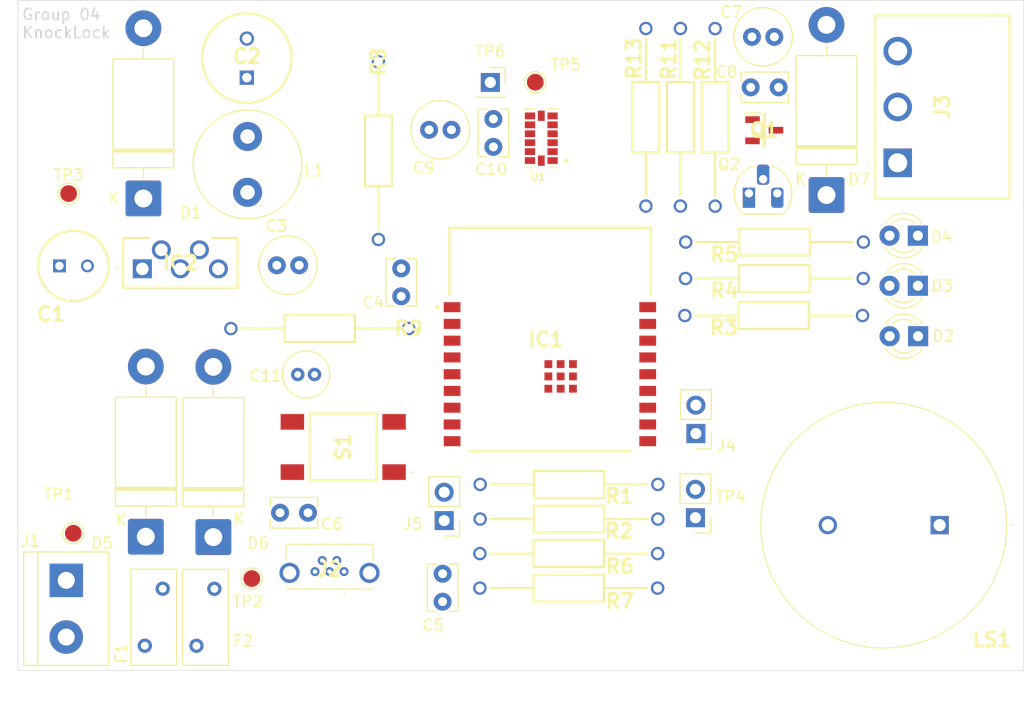
<source format=kicad_pcb>
(kicad_pcb (version 20241229) (generator "pcbnew") (generator_version "9.0")
  (layers (0 "F.Cu" signal) (2 "B.Cu" signal) (13 "F.Paste" user) (15 "B.Paste" user) (5 "F.SilkS" user "F.Silkscreen") (7 "B.SilkS" user "B.Silkscreen") (1 "F.Mask" user) (3 "B.Mask" user) (25 "Edge.Cuts" user))
  (net 0 "")
  (net 1 "+5V")
  (net 2 "Net-(C1--)")
  (net 3 "+3V3")
  (net 4 "GND")
  (net 5 "+3.3V")
  (net 6 "BAT_V")
  (net 7 "MRESET")
  (net 8 "Net-(D1-K)")
  (net 9 "Net-(D2-A)")
  (net 10 "Net-(D3-A)")
  (net 11 "Net-(D4-A)")
  (net 12 "Net-(D7-K)")
  (net 16 "SDA")
  (net 17 "YLED")
  (net 19 "SERVO")
  (net 21 "RX")
  (net 22 "SCL")
  (net 23 "WAKE_INT")
  (net 26 "Net-(IC1-IO8)")
  (net 27 "GLED")
  (net 28 "RLED")
  (net 29 "CONTROL")
  (net 30 "BUZZ")
  (net 33 "TX")
  (net 34 "BOOT")
  (net 36 "Net-(Q1-G)")
  (net 37 "Net-(Q2-B)")
  (net 38 "Net-(Q2-C)")
  (net 45 "Net-(F2-Pad1)")
  (net 49 "Net-(J1-Pin_1)")
  (footprint "SamacSys_Parts:CAPPRD350W65D800H1300" (layer "F.Cu") (at 40.490309 56.925603 90)
    (property "Reference" "C2" (at 1.91 0.02 180) (layer "F.SilkS") (effects (font (size 1.27 1.27) (thickness 0.254))))
    (property "Value" "330uF" (hide yes))
    (pad "1" thru_hole rect (at 0 0 90) (size 1.275 1.275) (drill 0.85) (layers "*.Cu" "*.Mask") (net 3 "+3V3"))
    (pad "2" thru_hole circle (at 3.5 0 90) (size 1.275 1.275) (drill 0.85) (layers "*.Cu" "*.Mask") (net 4 "GND"))
  )
  (footprint "Connector_PinHeader_2.54mm:PinHeader_1x02_P2.54mm_Vertical" (layer "F.Cu") (at 80.663715 88.791809 180)
    (property "Reference" "J4" (at -2.76 -1.095 0) (layer "F.SilkS"))
    (property "Value" "UART")
    (pad "1" thru_hole rect (at 0 0 180) (size 1.7 1.7) (drill 1) (layers "*.Cu" "*.Mask") (net 21 "RX"))
    (pad "2" thru_hole circle (at 0 2.54 180) (size 1.7 1.7) (drill 1) (layers "*.Cu" "*.Mask") (net 33 "TX"))
  )
  (footprint "SamacSys_Parts:ESP32C3WROOM02N4" (layer "F.Cu") (at 68.563715 83.676809)
    (property "Reference" "IC1" (at -1.31 -3.3 0) (layer "F.SilkS") (effects (font (size 1.27 1.27) (thickness 0.254))))
    (property "Value" "ESP32-C3-WROOM-02-N4" (hide yes))
    (pad "1" smd rect (at -9.71 -6.2 90) (size 0.9 1.5) (layers "F.Cu" "F.Mask" "F.Paste") (net 5 "+3.3V"))
    (pad "2" smd rect (at -9.71 -4.7 90) (size 0.9 1.5) (layers "F.Cu" "F.Mask" "F.Paste") (net 7 "MRESET"))
    (pad "3" smd rect (at -9.71 -3.2 90) (size 0.9 1.5) (layers "F.Cu" "F.Mask" "F.Paste") (net 6 "BAT_V"))
    (pad "4" smd rect (at -9.71 -1.7 90) (size 0.9 1.5) (layers "F.Cu" "F.Mask" "F.Paste") (net 29 "CONTROL"))
    (pad "5" smd rect (at -9.71 -0.2 90) (size 0.9 1.5) (layers "F.Cu" "F.Mask" "F.Paste") (net 19 "SERVO"))
    (pad "6" smd rect (at -9.71 1.3 90) (size 0.9 1.5) (layers "F.Cu" "F.Mask" "F.Paste") (net 30 "BUZZ"))
    (pad "7" smd rect (at -9.71 2.8 90) (size 0.9 1.5) (layers "F.Cu" "F.Mask" "F.Paste") (net 26 "Net-(IC1-IO8)"))
    (pad "8" smd rect (at -9.71 4.3 90) (size 0.9 1.5) (layers "F.Cu" "F.Mask" "F.Paste") (net 34 "BOOT"))
    (pad "9" smd rect (at -9.71 5.8 90) (size 0.9 1.5) (layers "F.Cu" "F.Mask" "F.Paste"))
    (pad "10" smd rect (at 7.79 5.8 90) (size 0.9 1.5) (layers "F.Cu" "F.Mask" "F.Paste"))
    (pad "11" smd rect (at 7.79 4.3 90) (size 0.9 1.5) (layers "F.Cu" "F.Mask" "F.Paste") (net 21 "RX"))
    (pad "12" smd rect (at 7.79 2.8 90) (size 0.9 1.5) (layers "F.Cu" "F.Mask" "F.Paste") (net 33 "TX"))
    (pad "13" smd rect (at 7.79 1.3 90) (size 0.9 1.5) (layers "F.Cu" "F.Mask" "F.Paste") (net 22 "SCL"))
    (pad "14" smd rect (at 7.79 -0.2 90) (size 0.9 1.5) (layers "F.Cu" "F.Mask" "F.Paste") (net 16 "SDA"))
    (pad "15" smd rect (at 7.79 -1.7 90) (size 0.9 1.5) (layers "F.Cu" "F.Mask" "F.Paste") (net 23 "WAKE_INT"))
    (pad "16" smd rect (at 7.79 -3.2 90) (size 0.9 1.5) (layers "F.Cu" "F.Mask" "F.Paste") (net 28 "RLED"))
    (pad "17" smd rect (at 7.79 -4.7 90) (size 0.9 1.5) (layers "F.Cu" "F.Mask" "F.Paste") (net 17 "YLED"))
    (pad "18" smd rect (at 7.79 -6.2 90) (size 0.9 1.5) (layers "F.Cu" "F.Mask" "F.Paste") (net 27 "GLED"))
    (pad "19" smd rect (at 0 0 90) (size 0.7 0.7) (layers "F.Cu" "F.Mask" "F.Paste"))
    (pad "20" smd rect (at 1.1 0 90) (size 0.7 0.7) (layers "F.Cu" "F.Mask" "F.Paste"))
    (pad "21" smd rect (at 1.1 -1.1 90) (size 0.7 0.7) (layers "F.Cu" "F.Mask" "F.Paste"))
    (pad "22" smd rect (at 0 -1.1 90) (size 0.7 0.7) (layers "F.Cu" "F.Mask" "F.Paste"))
    (pad "23" smd rect (at -1.1 -1.1 90) (size 0.7 0.7) (layers "F.Cu" "F.Mask" "F.Paste"))
    (pad "24" smd rect (at -1.1 0 90) (size 0.7 0.7) (layers "F.Cu" "F.Mask" "F.Paste"))
    (pad "25" smd rect (at -1.1 1.1 90) (size 0.7 0.7) (layers "F.Cu" "F.Mask" "F.Paste"))
    (pad "26" smd rect (at 0 1.1 90) (size 0.7 0.7) (layers "F.Cu" "F.Mask" "F.Paste"))
    (pad "27" smd rect (at 1.1 1.1 90) (size 0.7 0.7) (layers "F.Cu" "F.Mask" "F.Paste") (net 4 "GND"))
  )
  (footprint "SamacSys_Parts:RESAD1590W60L630D240" (layer "F.Cu") (at 61.338869 102.630813)
    (property "Reference" "R7" (at 12.52 1.18 0) (layer "F.SilkS") (effects (font (size 1.27 1.27) (thickness 0.254))))
    (property "Value" "6.8kOhms" (hide yes))
    (pad "1" thru_hole circle (at 0 0) (size 1.2 1.2) (drill 0.8) (layers "*.Cu" "*.Mask") (net 6 "BAT_V"))
    (pad "2" thru_hole circle (at 15.9 0) (size 1.2 1.2) (drill 0.8) (layers "*.Cu" "*.Mask") (net 4 "GND"))
  )
  (footprint "Fuse:Fuse_BelFuse_0ZRE0012FF_L8.3mm_W3.8mm" (layer "F.Cu") (at 31.360309 107.785603 90)
    (property "Reference" "F1" (at -0.69 -2.11 270) (layer "F.SilkS"))
    (property "Value" "Polyfuse")
    (pad "1" thru_hole circle (at 0 0 90) (size 1.27 1.27) (drill 0.71) (layers "*.Cu" "*.Mask") (net 49 "Net-(J1-Pin_1)"))
    (pad "2" thru_hole circle (at 5.1 1.6 90) (size 1.27 1.27) (drill 0.71) (layers "*.Cu" "*.Mask") (net 1 "+5V"))
  )
  (footprint "LED_THT:LED_D3.0mm" (layer "F.Cu") (at 100.541834 80.080345 180)
    (property "Reference" "D2" (at -2.26 0.02 0) (layer "F.SilkS"))
    (property "Value" "R-LED")
    (pad "1" thru_hole rect (at 0 0 180) (size 1.8 1.8) (drill 0.9) (layers "*.Cu" "*.Mask") (net 4 "GND"))
    (pad "2" thru_hole circle (at 2.54 0 180) (size 1.8 1.8) (drill 0.9) (layers "*.Cu" "*.Mask") (net 9 "Net-(D2-A)"))
  )
  (footprint "Capacitor_THT:C_Rect_L4.0mm_W2.5mm_P2.50mm" (layer "F.Cu") (at 54.300309 74.005603 -90)
    (property "Reference" "C4" (at 3.05 2.5 0) (layer "F.SilkS"))
    (property "Value" "0.1uF")
    (pad "1" thru_hole circle (at 0 0 270) (size 1.6 1.6) (drill 0.8) (layers "*.Cu" "*.Mask") (net 4 "GND"))
    (pad "2" thru_hole circle (at 2.5 0 270) (size 1.6 1.6) (drill 0.8) (layers "*.Cu" "*.Mask") (net 5 "+3.3V"))
  )
  (footprint "Fuse:Fuse_BelFuse_0ZRE0012FF_L8.3mm_W3.8mm" (layer "F.Cu") (at 37.580309 102.695603 -90)
    (property "Reference" "F2" (at 4.67 -2.55 180) (layer "F.SilkS"))
    (property "Value" "Polyfuse")
    (pad "1" thru_hole circle (at 0 0 270) (size 1.27 1.27) (drill 0.71) (layers "*.Cu" "*.Mask") (net 45 "Net-(F2-Pad1)"))
    (pad "2" thru_hole circle (at 5.1 1.6 270) (size 1.27 1.27) (drill 0.71) (layers "*.Cu" "*.Mask") (net 1 "+5V"))
  )
  (footprint "Diode_THT:D_DO-201AD_P15.24mm_Horizontal" (layer "F.Cu") (at 31.4491 98.032127 90)
    (property "Reference" "D5" (at -0.58 -3.92 180) (layer "F.SilkS"))
    (property "Value" "1N5822")
    (fp_text user "K" (at 1.53 -2.19 180) (layer "F.SilkS"))
    (pad "1" thru_hole roundrect (at 0 0 90) (size 3.2 3.2) (drill 1.6) (layers "*.Cu" "*.Mask") (roundrect_rratio 0.078125) (net 1 "+5V"))
    (pad "2" thru_hole circle (at 15.24 0 90) (size 3.2 3.2) (drill 1.6) (layers "*.Cu" "*.Mask") (net 4 "GND"))
  )
  (footprint "SamacSys_Parts:SOT95P237X112-3N" (layer "F.Cu") (at 86.778128 61.634962)
    (property "Reference" "Q1" (at 0 0 0) (layer "F.SilkS") (effects (font (size 1.27 1.27) (thickness 0.254))))
    (property "Value" "IRLML6402TRPBF" (hide yes))
    (pad "1" smd rect (at -1.05 -0.95 90) (size 0.6 1.3) (layers "F.Cu" "F.Mask" "F.Paste") (net 36 "Net-(Q1-G)"))
    (pad "2" smd rect (at -1.05 0.95 90) (size 0.6 1.3) (layers "F.Cu" "F.Mask" "F.Paste") (net 1 "+5V"))
    (pad "3" smd rect (at 1.05 0 90) (size 0.6 1.3) (layers "F.Cu" "F.Mask" "F.Paste") (net 12 "Net-(D7-K)"))
  )
  (footprint "SamacSys_Parts:RESAD1590W60L630D240" (layer "F.Cu") (at 79.280948 68.425531 90)
    (property "Reference" "R11" (at 13.148722 -1.037233 270) (layer "F.SilkS") (effects (font (size 1.27 1.27) (thickness 0.254))))
    (property "Value" "100 Ohms" (hide yes))
    (pad "1" thru_hole circle (at 0 0 90) (size 1.2 1.2) (drill 0.8) (layers "*.Cu" "*.Mask") (net 38 "Net-(Q2-C)"))
    (pad "2" thru_hole circle (at 15.9 0 90) (size 1.2 1.2) (drill 0.8) (layers "*.Cu" "*.Mask") (net 36 "Net-(Q1-G)"))
  )
  (footprint "TestPoint:TestPoint_Pad_D1.5mm" (layer "F.Cu") (at 40.930309 101.775603)
    (property "Reference" "TP2" (at -0.36 2.052 0) (layer "F.SilkS"))
    (property "Value" "TP_Ext")
    (pad "1" smd circle (at 0 0) (size 1.5 1.5) (layers "F.Cu" "F.Mask") (net 1 "+5V"))
  )
  (footprint "SamacSys_Parts:PKM22EPPH4001B0" (layer "F.Cu") (at 102.470713 96.99325 180)
    (property "Reference" "LS1" (at -4.67 -10.25 0) (layer "F.SilkS") (effects (font (size 1.27 1.27) (thickness 0.254))))
    (property "Value" "PKM22EPPH4001-B0" (hide yes))
    (pad "" np_thru_hole circle (at 5 -5 180) (size 1.4 1.4) (drill 1.4) (layers "*.Cu" "*.Mask"))
    (pad "" np_thru_hole circle (at 5 5 180) (size 1.4 1.4) (drill 1.4) (layers "*.Cu" "*.Mask"))
    (pad "1" thru_hole rect (at 0 0 180) (size 1.635 1.635) (drill 1.09) (layers "*.Cu" "*.Mask") (net 4 "GND"))
    (pad "2" thru_hole circle (at 10 0 180) (size 1.635 1.635) (drill 1.09) (layers "*.Cu" "*.Mask") (net 30 "BUZZ"))
  )
  (footprint "Connector_PinSocket_2.54mm:PinSocket_1x01_P2.54mm_Vertical" (layer "F.Cu") (at 62.273715 57.356809)
    (property "Reference" "TP6" (at 0 -2.77 0) (layer "F.SilkS"))
    (property "Value" "TP_IMUINT")
    (pad "1" thru_hole rect (at 0 0) (size 1.7 1.7) (drill 1) (layers "*.Cu" "*.Mask") (net 23 "WAKE_INT"))
  )
  (footprint "LED_THT:LED_D3.0mm" (layer "F.Cu") (at 100.527542 75.56114 180)
    (property "Reference" "D3" (at -2.17 0 0) (layer "F.SilkS"))
    (property "Value" "Y-LED")
    (pad "1" thru_hole rect (at 0 0 180) (size 1.8 1.8) (drill 0.9) (layers "*.Cu" "*.Mask") (net 4 "GND"))
    (pad "2" thru_hole circle (at 2.54 0 180) (size 1.8 1.8) (drill 0.9) (layers "*.Cu" "*.Mask") (net 10 "Net-(D3-A)"))
  )
  (footprint "SamacSys_Parts:RESAD1590W60L630D240" (layer "F.Cu") (at 61.362771 96.447798)
    (property "Reference" "R2" (at 12.42 1.08 0) (layer "F.SilkS") (effects (font (size 1.27 1.27) (thickness 0.254))))
    (property "Value" "4k7Ohms" (hide yes))
    (pad "1" thru_hole circle (at 0 0) (size 1.2 1.2) (drill 0.8) (layers "*.Cu" "*.Mask") (net 5 "+3.3V"))
    (pad "2" thru_hole circle (at 15.9 0) (size 1.2 1.2) (drill 0.8) (layers "*.Cu" "*.Mask") (net 16 "SDA"))
  )
  (footprint "Diode_THT:D_DO-201AD_P15.24mm_Horizontal" (layer "F.Cu") (at 37.4891 98.062127 90)
    (property "Reference" "D6" (at -0.55 4 180) (layer "F.SilkS"))
    (property "Value" "1N5822")
    (fp_text user "K" (at 1.62 2.32 180) (layer "F.SilkS"))
    (pad "1" thru_hole roundrect (at 0 0 90) (size 3.2 3.2) (drill 1.6) (layers "*.Cu" "*.Mask") (roundrect_rratio 0.078125) (net 1 "+5V"))
    (pad "2" thru_hole circle (at 15.24 0 90) (size 3.2 3.2) (drill 1.6) (layers "*.Cu" "*.Mask") (net 4 "GND"))
  )
  (footprint "Diode_THT:D_DO-201AD_P15.24mm_Horizontal" (layer "F.Cu") (at 31.230309 67.745603 90)
    (property "Reference" "D1" (at -1.28 4.24 180) (layer "F.SilkS"))
    (property "Value" "1N5822")
    (fp_text user "K" (at 0 -2.6 180) (layer "F.SilkS"))
    (pad "1" thru_hole roundrect (at 0 0 90) (size 3.2 3.2) (drill 1.6) (layers "*.Cu" "*.Mask") (roundrect_rratio 0.078125) (net 8 "Net-(D1-K)"))
    (pad "2" thru_hole circle (at 15.24 0 90) (size 3.2 3.2) (drill 1.6) (layers "*.Cu" "*.Mask") (net 4 "GND"))
  )
  (footprint "SamacSys_Parts:TBP04R1250003BE" (layer "F.Cu") (at 98.71975 64.550721 90)
    (property "Reference" "J3" (at 5 4 90) (layer "F.SilkS") (effects (font (size 1.27 1.27) (thickness 0.254))))
    (property "Value" "TBP04R12-500-03BE" (hide yes))
    (pad "1" thru_hole rect (at 0 0 90) (size 2.55 2.55) (drill 1.7) (layers "*.Cu" "*.Mask") (net 29 "CONTROL"))
    (pad "2" thru_hole circle (at 5 0 90) (size 2.55 2.55) (drill 1.7) (layers "*.Cu" "*.Mask") (net 12 "Net-(D7-K)"))
    (pad "3" thru_hole circle (at 10 0 90) (size 2.55 2.55) (drill 1.7) (layers "*.Cu" "*.Mask") (net 4 "GND"))
  )
  (footprint "Diode_THT:D_DO-201AD_P15.24mm_Horizontal" (layer "F.Cu") (at 92.34975 67.440721 90)
    (property "Reference" "D7" (at 1.383912 2.913965 180) (layer "F.SilkS"))
    (property "Value" "1N5822")
    (fp_text user "K" (at 1.42 -2.3 180) (layer "F.SilkS"))
    (pad "1" thru_hole roundrect (at 0 0 90) (size 3.2 3.2) (drill 1.6) (layers "*.Cu" "*.Mask") (roundrect_rratio 0.078125) (net 12 "Net-(D7-K)"))
    (pad "2" thru_hole circle (at 15.24 0 90) (size 3.2 3.2) (drill 1.6) (layers "*.Cu" "*.Mask") (net 4 "GND"))
  )
  (footprint "ADXL345BCCZ-RL7:PQFN80P500X300X100-14N" (layer "F.Cu") (at 66.830827 62.351022 180)
    (property "Reference" "U1" (at 0.282 -3.4564 0) (layer "F.SilkS") (effects (font (size 0.64 0.64))))
    (property "Value" "ADXL345BCCZ-RL7")
    (pad "1" smd rect (at -1.01 -2 180) (size 0.92 0.61) (layers "F.Cu" "F.Paste") (net 5 "+3.3V"))
    (pad "2" smd rect (at -1.01 -1.2 180) (size 0.92 0.61) (layers "F.Cu" "F.Paste") (net 4 "GND"))
    (pad "3" smd rect (at -1.01 -0.4 180) (size 0.92 0.61) (layers "F.Cu" "F.Paste"))
    (pad "4" smd rect (at -1.01 0.4 180) (size 0.92 0.61) (layers "F.Cu" "F.Paste") (net 4 "GND"))
    (pad "5" smd rect (at -1.01 1.2 180) (size 0.92 0.61) (layers "F.Cu" "F.Paste") (net 4 "GND"))
    (pad "6" smd rect (at -1.01 2 180) (size 0.92 0.61) (layers "F.Cu" "F.Paste") (net 5 "+3.3V"))
    (pad "7" smd rect (at 0 2.01 180) (size 0.61 0.92) (layers "F.Cu" "F.Paste") (net 5 "+3.3V"))
    (pad "8" smd rect (at 1.01 2 180) (size 0.92 0.61) (layers "F.Cu" "F.Paste") (net 23 "WAKE_INT"))
    (pad "9" smd rect (at 1.01 1.2 180) (size 0.92 0.61) (layers "F.Cu" "F.Paste"))
    (pad "10" smd rect (at 1.01 0.4 180) (size 0.92 0.61) (layers "F.Cu" "F.Paste"))
    (pad "11" smd rect (at 1.01 -0.4 180) (size 0.92 0.61) (layers "F.Cu" "F.Paste"))
    (pad "12" smd rect (at 1.01 -1.2 180) (size 0.92 0.61) (layers "F.Cu" "F.Paste") (net 4 "GND"))
    (pad "13" smd rect (at 1.01 -2 180) (size 0.92 0.61) (layers "F.Cu" "F.Paste") (net 16 "SDA"))
    (pad "14" smd rect (at 0 -2.01 180) (size 0.61 0.92) (layers "F.Cu" "F.Paste") (net 22 "SCL"))
  )
  (footprint "SamacSys_Parts:RESAD1590W60L630D240" (layer "F.Cu") (at 79.753715 71.646809)
    (property "Reference" "R5" (at 3.46 1.11 0) (layer "F.SilkS") (effects (font (size 1.27 1.27) (thickness 0.254))))
    (property "Value" "27 Ohms" (hide yes))
    (pad "1" thru_hole circle (at 0 0) (size 1.2 1.2) (drill 0.8) (layers "*.Cu" "*.Mask") (net 27 "GLED"))
    (pad "2" thru_hole circle (at 15.9 0) (size 1.2 1.2) (drill 0.8) (layers "*.Cu" "*.Mask") (net 11 "Net-(D4-A)"))
  )
  (footprint "Capacitor_THT:C_Rect_L4.0mm_W2.5mm_P2.50mm" (layer "F.Cu") (at 85.568128 57.794962)
    (property "Reference" "C8" (at -2.164413 -1.398153 0) (layer "F.SilkS"))
    (property "Value" "0.1uF")
    (pad "1" thru_hole circle (at 0 0) (size 1.6 1.6) (drill 0.8) (layers "*.Cu" "*.Mask") (net 4 "GND"))
    (pad "2" thru_hole circle (at 2.5 0) (size 1.6 1.6) (drill 0.8) (layers "*.Cu" "*.Mask") (net 1 "+5V"))
  )
  (footprint "SamacSys_Parts:RESAD1590W60L630D240" (layer "F.Cu") (at 82.387075 52.534668 -90)
    (property "Reference" "R12" (at 2.812141 1.14336 270) (layer "F.SilkS") (effects (font (size 1.27 1.27) (thickness 0.254))))
    (property "Value" "100kOhms" (hide yes))
    (pad "1" thru_hole circle (at 0 0 270) (size 1.2 1.2) (drill 0.8) (layers "*.Cu" "*.Mask") (net 36 "Net-(Q1-G)"))
    (pad "2" thru_hole circle (at 15.9 0 270) (size 1.2 1.2) (drill 0.8) (layers "*.Cu" "*.Mask") (net 1 "+5V"))
  )
  (footprint "SamacSys_Parts:USB3145301A" (layer "F.Cu") (at 47.885309 100.935603 180)
    (property "Reference" "J2" (at 0 0 0) (layer "F.SilkS") (effects (font (size 1.27 1.27) (thickness 0.254))))
    (property "Value" "USB3145-30-1-A" (hide yes))
    (pad "1" thru_hole circle (at -1.3 -0.22 180) (size 0.8 0.8) (drill 0.4) (layers "*.Cu" "*.Mask") (net 45 "Net-(F2-Pad1)"))
    (pad "2" thru_hole circle (at -0.65 0.78 180) (size 0.8 0.8) (drill 0.4) (layers "*.Cu" "*.Mask"))
    (pad "3" thru_hole circle (at 0 -0.22 180) (size 0.8 0.8) (drill 0.4) (layers "*.Cu" "*.Mask"))
    (pad "4" thru_hole circle (at 0.65 0.78 180) (size 0.8 0.8) (drill 0.4) (layers "*.Cu" "*.Mask"))
    (pad "5" thru_hole circle (at 1.3 -0.22 180) (size 0.8 0.8) (drill 0.4) (layers "*.Cu" "*.Mask") (net 4 "GND"))
    (pad "6" thru_hole circle (at -3.575 -0.33 180) (size 1.80315 1.80315) (drill 1.2021) (layers "*.Cu" "*.Mask") (net 4 "GND"))
    (pad "7" thru_hole circle (at 3.575 -0.33 180) (size 1.80315 1.80315) (drill 1.2021) (layers "*.Cu" "*.Mask") (net 4 "GND"))
  )
  (footprint "LED_THT:LED_D3.0mm" (layer "F.Cu") (at 100.528174 71.073307 180)
    (property "Reference" "D4" (at -2.129368 -0.087833 0) (layer "F.SilkS"))
    (property "Value" "G-LED")
    (pad "1" thru_hole rect (at 0 0 180) (size 1.8 1.8) (drill 0.9) (layers "*.Cu" "*.Mask") (net 4 "GND"))
    (pad "2" thru_hole circle (at 2.54 0 180) (size 1.8 1.8) (drill 0.9) (layers "*.Cu" "*.Mask") (net 11 "Net-(D4-A)"))
  )
  (footprint "Inductor_THT:L_Radial_D9.5mm_P5.00mm_Fastron_07HVP" (layer "F.Cu") (at 40.550309 67.195603 90)
    (property "Reference" "L1" (at 1.95 5.93 180) (layer "F.SilkS"))
    (property "Value" "330uH")
    (pad "1" thru_hole circle (at 0 0 90) (size 2.6 2.6) (drill 1.3) (layers "*.Cu" "*.Mask") (net 8 "Net-(D1-K)"))
    (pad "2" thru_hole circle (at 5 0 90) (size 2.6 2.6) (drill 1.3) (layers "*.Cu" "*.Mask") (net 3 "+3V3"))
  )
  (footprint "SamacSys_Parts:CAPPRD250W55D630H1220" (layer "F.Cu") (at 23.720309 73.785603)
    (property "Reference" "C1" (at -0.74 4.31 0) (layer "F.SilkS") (effects (font (size 1.27 1.27) (thickness 0.254))))
    (property "Value" "100uF")
    (pad "1" thru_hole rect (at 0 0) (size 1.15 1.15) (drill 0.75) (layers "*.Cu" "*.Mask") (net 1 "+5V"))
    (pad "2" thru_hole circle (at 2.5 0) (size 1.15 1.15) (drill 0.75) (layers "*.Cu" "*.Mask") (net 2 "Net-(C1--)"))
  )
  (footprint "TestPoint:TestPoint_Pad_D1.5mm" (layer "F.Cu") (at 24.960309 97.715603 180)
    (property "Reference" "TP1" (at 1.32 3.47 0) (layer "F.SilkS"))
    (property "Value" "TP_Bat")
    (pad "1" smd circle (at 0 0 180) (size 1.5 1.5) (layers "F.Cu" "F.Mask") (net 1 "+5V"))
  )
  (footprint "SamacSys_Parts:RESAD1590W60L630D240" (layer "F.Cu") (at 76.189441 68.425531 90)
    (property "Reference" "R13" (at 13.208722 -1.065726 270) (layer "F.SilkS") (effects (font (size 1.27 1.27) (thickness 0.254))))
    (property "Value" "10kOhms" (hide yes))
    (pad "1" thru_hole circle (at 0 0 90) (size 1.2 1.2) (drill 0.8) (layers "*.Cu" "*.Mask") (net 19 "SERVO"))
    (pad "2" thru_hole circle (at 15.9 0 90) (size 1.2 1.2) (drill 0.8) (layers "*.Cu" "*.Mask") (net 37 "Net-(Q2-B)"))
  )
  (footprint "Capacitor_THT:C_Radial_D4.0mm_H7.0mm_P1.50mm" (layer "F.Cu") (at 46.540309 83.505603 180)
    (property "Reference" "C11" (at 4.37 -0.12 0) (layer "F.SilkS"))
    (property "Value" "1uF")
    (pad "1" thru_hole circle (at 0 0 180) (size 1.2 1.2) (drill 0.6) (layers "*.Cu" "*.Mask") (net 7 "MRESET"))
    (pad "2" thru_hole circle (at 1.5 0 180) (size 1.2 1.2) (drill 0.6) (layers "*.Cu" "*.Mask") (net 4 "GND"))
  )
  (footprint "SamacSys_Parts:RESAD1590W60L630D240" (layer "F.Cu") (at 54.960309 79.395603 180)
    (property "Reference" "R9" (at 0 0 0) (layer "F.SilkS") (effects (font (size 1.27 1.27) (thickness 0.254))))
    (property "Value" "10kOhms" (hide yes))
    (pad "1" thru_hole circle (at 0 0 180) (size 1.2 1.2) (drill 0.8) (layers "*.Cu" "*.Mask") (net 7 "MRESET"))
    (pad "2" thru_hole circle (at 15.9 0 180) (size 1.2 1.2) (drill 0.8) (layers "*.Cu" "*.Mask") (net 5 "+3.3V"))
  )
  (footprint "SamacSys_Parts:RESAD1590W60L630D240" (layer "F.Cu") (at 79.733715 74.906809)
    (property "Reference" "R4" (at 3.49 1.1 0) (layer "F.SilkS") (effects (font (size 1.27 1.27) (thickness 0.254))))
    (property "Value" "27 Ohms" (hide yes))
    (pad "1" thru_hole circle (at 0 0) (size 1.2 1.2) (drill 0.8) (layers "*.Cu" "*.Mask") (net 17 "YLED"))
    (pad "2" thru_hole circle (at 15.9 0) (size 1.2 1.2) (drill 0.8) (layers "*.Cu" "*.Mask") (net 10 "Net-(D3-A)"))
  )
  (footprint "SamacSys_Parts:RESAD1590W60L630D240" (layer "F.Cu") (at 61.363715 93.346809)
    (property "Reference" "R1" (at 12.46 1.05 0) (layer "F.SilkS") (effects (font (size 1.27 1.27) (thickness 0.254))))
    (property "Value" "4k7Ohms" (hide yes))
    (pad "1" thru_hole circle (at 0 0) (size 1.2 1.2) (drill 0.8) (layers "*.Cu" "*.Mask") (net 5 "+3.3V"))
    (pad "2" thru_hole circle (at 15.9 0) (size 1.2 1.2) (drill 0.8) (layers "*.Cu" "*.Mask") (net 22 "SCL"))
  )
  (footprint "Capacitor_THT:C_Radial_D5.0mm_H11.0mm_P2.00mm" (layer "F.Cu") (at 85.678128 53.274962)
    (property "Reference" "C7" (at -1.854413 -2.218153 0) (layer "F.SilkS"))
    (property "Value" "10uF")
    (pad "1" thru_hole circle (at 0 0) (size 1.6 1.6) (drill 0.8) (layers "*.Cu" "*.Mask") (net 4 "GND"))
    (pad "2" thru_hole circle (at 2 0) (size 1.6 1.6) (drill 0.8) (layers "*.Cu" "*.Mask") (net 1 "+5V"))
  )
  (footprint "Connector_PinHeader_2.54mm:PinHeader_1x02_P2.54mm_Vertical" (layer "F.Cu") (at 58.143715 96.586809 180)
    (property "Reference" "J5" (at 2.813406 -0.298794 0) (layer "F.SilkS"))
    (property "Value" "Boot Pins")
    (pad "1" thru_hole rect (at 0 0 180) (size 1.7 1.7) (drill 1) (layers "*.Cu" "*.Mask") (net 4 "GND"))
    (pad "2" thru_hole circle (at 0 2.54 180) (size 1.7 1.7) (drill 1) (layers "*.Cu" "*.Mask") (net 34 "BOOT"))
  )
  (footprint "Connector_PinHeader_2.54mm:PinHeader_1x02_P2.54mm_Vertical" (layer "F.Cu") (at 80.623715 96.326809 180)
    (property "Reference" "TP4" (at -3.15 1.89 0) (layer "F.SilkS"))
    (property "Value" "TP_I2C")
    (pad "1" thru_hole rect (at 0 0 180) (size 1.7 1.7) (drill 1) (layers "*.Cu" "*.Mask") (net 16 "SDA"))
    (pad "2" thru_hole circle (at 0 2.54 180) (size 1.7 1.7) (drill 1) (layers "*.Cu" "*.Mask") (net 22 "SCL"))
  )
  (footprint "TerminalBlock:TerminalBlock_bornier-2_P5.08mm" (layer "F.Cu") (at 24.330309 101.935603 -90)
    (property "Reference" "J1" (at -3.53 3.2 180) (layer "F.SilkS"))
    (property "Value" "Screw_Terminal_01x02")
    (pad "1" thru_hole rect (at 0 0 270) (size 3 3) (drill 1.52) (layers "*.Cu" "*.Mask") (net 49 "Net-(J1-Pin_1)"))
    (pad "2" thru_hole circle (at 5.08 0 270) (size 3 3) (drill 1.52) (layers "*.Cu" "*.Mask") (net 4 "GND"))
  )
  (footprint "Package_TO_SOT_THT:TO-92_HandSolder" (layer "F.Cu") (at 85.408128 67.284962)
    (property "Reference" "Q2" (at -1.784413 -2.598153 0) (layer "F.SilkS"))
    (property "Value" "BC547B")
    (pad "1" thru_hole rect (at 0 0) (size 1.1 1.8) (drill 0.75 (offset 0 0.4)) (layers "*.Cu" "*.Mask") (net 4 "GND"))
    (pad "2" thru_hole roundrect (at 1.27 -1.27) (size 1.1 1.8) (drill 0.75 (offset 0 -0.4)) (layers "*.Cu" "*.Mask") (net 37 "Net-(Q2-B)"))
    (pad "3" thru_hole roundrect (at 2.54 0) (size 1.1 1.8) (drill 0.75 (offset 0 0.4)) (layers "*.Cu" "*.Mask") (net 38 "Net-(Q2-C)"))
  )
  (footprint "SamacSys_Parts:RESAD1590W60L630D240" (layer "F.Cu") (at 61.338869 99.539306)
    (property "Reference" "R6" (at 12.520944 1.15 0) (layer "F.SilkS") (effects (font (size 1.27 1.27) (thickness 0.254))))
    (property "Value" "10kOhms" (hide yes))
    (pad "1" thru_hole circle (at 0 0) (size 1.2 1.2) (drill 0.8) (layers "*.Cu" "*.Mask") (net 1 "+5V"))
    (pad "2" thru_hole circle (at 15.9 0) (size 1.2 1.2) (drill 0.8) (layers "*.Cu" "*.Mask") (net 6 "BAT_V"))
  )
  (footprint "TestPoint:TestPoint_Pad_D1.5mm" (layer "F.Cu") (at 24.540309 67.305603)
    (property "Reference" "TP3" (at 0 -1.648 0) (layer "F.SilkS"))
    (property "Value" "TP_3V3")
    (pad "1" smd circle (at 0 0) (size 1.5 1.5) (layers "F.Cu" "F.Mask") (net 3 "+3V3"))
  )
  (footprint "2-1977223-8:219772238" (layer "F.Cu") (at 49.110309 89.995603 -90)
    (property "Reference" "S1" (at 0 0 90) (layer "F.SilkS") (effects (font (size 1.27 1.27) (thickness 0.254))))
    (property "Value" "2-1977223-8" (hide yes))
    (pad "1" smd rect (at 2.25 -4.55 270) (size 1.4 2.1) (layers "F.Cu" "F.Mask" "F.Paste"))
    (pad "2" smd rect (at 2.25 4.55 270) (size 1.4 2.1) (layers "F.Cu" "F.Mask" "F.Paste") (net 7 "MRESET"))
    (pad "3" smd rect (at -2.25 -4.55 270) (size 1.4 2.1) (layers "F.Cu" "F.Mask" "F.Paste"))
    (pad "4" smd rect (at -2.25 4.55 270) (size 1.4 2.1) (layers "F.Cu" "F.Mask" "F.Paste") (net 4 "GND"))
  )
  (footprint "SamacSys_Parts:LM257533WT" (layer "F.Cu") (at 31.136309 74.045603)
    (property "Reference" "IC2" (at 3.404 -0.533 0) (layer "F.SilkS") (effects (font (size 1.27 1.27) (thickness 0.254))))
    (property "Value" "LM2575-3.3WT" (hide yes))
    (pad "1" thru_hole rect (at 0 0) (size 1.695 1.695) (drill 1.13) (layers "*.Cu" "*.Mask") (net 1 "+5V"))
    (pad "2" thru_hole circle (at 1.702 -1.702) (size 1.695 1.695) (drill 1.13) (layers "*.Cu" "*.Mask") (net 8 "Net-(D1-K)"))
    (pad "3" thru_hole circle (at 3.404 0) (size 1.695 1.695) (drill 1.13) (layers "*.Cu" "*.Mask") (net 2 "Net-(C1--)"))
    (pad "4" thru_hole circle (at 5.105 -1.702) (size 1.695 1.695) (drill 1.13) (layers "*.Cu" "*.Mask") (net 3 "+3V3"))
    (pad "5" thru_hole circle (at 6.807 0) (size 1.695 1.695) (drill 1.13) (layers "*.Cu" "*.Mask") (net 2 "Net-(C1--)"))
  )
  (footprint "Capacitor_THT:C_Radial_D5.0mm_H11.0mm_P2.00mm" (layer "F.Cu") (at 43.170309 73.725603)
    (property "Reference" "C3" (at -0.05 -3.52 0) (layer "F.SilkS"))
    (property "Value" "10uF")
    (pad "1" thru_hole circle (at 0 0) (size 1.6 1.6) (drill 0.8) (layers "*.Cu" "*.Mask") (net 4 "GND"))
    (pad "2" thru_hole circle (at 2 0) (size 1.6 1.6) (drill 0.8) (layers "*.Cu" "*.Mask") (net 5 "+3.3V"))
  )
  (footprint "Capacitor_THT:C_Radial_D5.0mm_H11.0mm_P2.00mm" (layer "F.Cu") (at 56.793715 61.596809)
    (property "Reference" "C9" (at -0.48 3.39 0) (layer "F.SilkS"))
    (property "Value" "10uF")
    (pad "1" thru_hole circle (at 0 0) (size 1.6 1.6) (drill 0.8) (layers "*.Cu" "*.Mask") (net 4 "GND"))
    (pad "2" thru_hole circle (at 2 0) (size 1.6 1.6) (drill 0.8) (layers "*.Cu" "*.Mask") (net 5 "+3.3V"))
  )
  (footprint "Capacitor_THT:C_Rect_L4.0mm_W2.5mm_P2.50mm" (layer "F.Cu") (at 58.003715 103.846809 90)
    (property "Reference" "C5" (at -2.11 -0.85 0) (layer "F.SilkS"))
    (property "Value" "0.1uF")
    (pad "1" thru_hole circle (at 0 0 90) (size 1.6 1.6) (drill 0.8) (layers "*.Cu" "*.Mask") (net 6 "BAT_V"))
    (pad "2" thru_hole circle (at 2.5 0 90) (size 1.6 1.6) (drill 0.8) (layers "*.Cu" "*.Mask") (net 4 "GND"))
  )
  (footprint "Capacitor_THT:C_Rect_L4.0mm_W2.5mm_P2.50mm" (layer "F.Cu") (at 62.543715 63.126809 90)
    (property "Reference" "C10" (at -2 -0.2 180) (layer "F.SilkS"))
    (property "Value" "0.1uF")
    (pad "1" thru_hole circle (at 0 0 90) (size 1.6 1.6) (drill 0.8) (layers "*.Cu" "*.Mask") (net 4 "GND"))
    (pad "2" thru_hole circle (at 2.5 0 90) (size 1.6 1.6) (drill 0.8) (layers "*.Cu" "*.Mask") (net 5 "+3.3V"))
  )
  (footprint "Capacitor_THT:C_Rect_L4.0mm_W2.5mm_P2.50mm" (layer "F.Cu") (at 43.460309 95.885603)
    (property "Reference" "C6" (at 4.63 1.01 0) (layer "F.SilkS"))
    (property "Value" "0.1uF")
    (pad "1" thru_hole circle (at 0 0) (size 1.6 1.6) (drill 0.8) (layers "*.Cu" "*.Mask") (net 4 "GND"))
    (pad "2" thru_hole circle (at 2.5 0) (size 1.6 1.6) (drill 0.8) (layers "*.Cu" "*.Mask") (net 7 "MRESET"))
  )
  (footprint "SamacSys_Parts:RESAD1590W60L630D240" (layer "F.Cu") (at 79.673715 78.226809)
    (property "Reference" "R3" (at 3.49 1.08 0) (layer "F.SilkS") (effects (font (size 1.27 1.27) (thickness 0.254))))
    (property "Value" "27 Ohms" (hide yes))
    (pad "1" thru_hole circle (at 0 0) (size 1.2 1.2) (drill 0.8) (layers "*.Cu" "*.Mask") (net 28 "RLED"))
    (pad "2" thru_hole circle (at 15.9 0) (size 1.2 1.2) (drill 0.8) (layers "*.Cu" "*.Mask") (net 9 "Net-(D2-A)"))
  )
  (footprint "SamacSys_Parts:RESAD1590W60L630D240" (layer "F.Cu") (at 52.260309 55.515603 -90)
    (property "Reference" "R8" (at 0 0 90) (layer "F.SilkS") (effects (font (size 1.27 1.27) (thickness 0.254))))
    (property "Value" "10kOhms" (hide yes))
    (pad "1" thru_hole circle (at 0 0 270) (size 1.2 1.2) (drill 0.8) (layers "*.Cu" "*.Mask") (net 5 "+3.3V"))
    (pad "2" thru_hole circle (at 15.9 0 270) (size 1.2 1.2) (drill 0.8) (layers "*.Cu" "*.Mask") (net 26 "Net-(IC1-IO8)"))
  )
  (footprint "TestPoint:TestPoint_Pad_D1.5mm" (layer "F.Cu") (at 66.293715 57.336809)
    (property "Reference" "TP5" (at 2.72 -1.558 0) (layer "F.SilkS"))
    (property "Value" "TP_IMUV")
    (pad "1" smd circle (at 0 0) (size 1.5 1.5) (layers "F.Cu" "F.Mask") (net 5 "+3.3V"))
  )
  (gr_rect (start 20 50) (end 110 110) (stroke (width 0.05)) (fill no) (layer "Edge.Cuts"))
  (gr_text "Group 04\nKnockLock" (at 20.3 53.47 0) (layer "Edge.Cuts") (effects (font (size 1 1)) (justify left bottom)))
)
</source>
